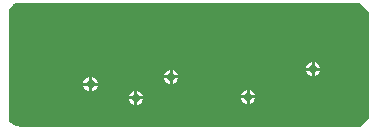
<source format=gbr>
%TF.GenerationSoftware,Altium Limited,Altium Designer,24.8.2 (39)*%
G04 Layer_Physical_Order=2*
G04 Layer_Color=16711680*
%FSLAX45Y45*%
%MOMM*%
%TF.SameCoordinates,91815F7F-820D-4149-A860-4F3A114B284D*%
%TF.FilePolarity,Positive*%
%TF.FileFunction,Copper,L2,Bot,Signal*%
%TF.Part,Single*%
G01*
G75*
%TA.AperFunction,ViaPad*%
%ADD16C,0.70000*%
G36*
X-50355Y1017855D02*
X-41949Y1009448D01*
X-28738Y989677D01*
X-19639Y967710D01*
X-15000Y944389D01*
Y932500D01*
Y82500D01*
X-72322Y25177D01*
X-76526Y20974D01*
X-86411Y14369D01*
X-97395Y9819D01*
X-109056Y7500D01*
X-2961103D01*
X-2994084Y14060D01*
X-3025151Y26929D01*
X-3046386Y41117D01*
X-3065000Y57500D01*
Y972145D01*
Y980551D01*
X-3061720Y997042D01*
X-3055286Y1012575D01*
X-3045945Y1026555D01*
X-3040000Y1032500D01*
Y1032500D01*
X-3032678Y1039822D01*
X-3028475Y1044025D01*
X-3018589Y1050631D01*
X-3007605Y1055180D01*
X-2995945Y1057500D01*
X-90000D01*
X-50355Y1017855D01*
D02*
G37*
%LPC*%
G36*
X-477300Y555116D02*
Y507700D01*
X-429884D01*
X-438795Y529214D01*
X-455786Y546205D01*
X-477300Y555116D01*
D02*
G37*
G36*
X-502700D02*
X-524214Y546205D01*
X-541205Y529214D01*
X-550116Y507700D01*
X-502700D01*
Y555116D01*
D02*
G37*
G36*
X-1679800Y492616D02*
Y445200D01*
X-1632384D01*
X-1641295Y466714D01*
X-1658286Y483705D01*
X-1679800Y492616D01*
D02*
G37*
G36*
X-1705200D02*
X-1726714Y483705D01*
X-1743705Y466714D01*
X-1752616Y445200D01*
X-1705200D01*
Y492616D01*
D02*
G37*
G36*
X-429884Y482300D02*
X-477300D01*
Y434884D01*
X-455786Y443795D01*
X-438795Y460786D01*
X-429884Y482300D01*
D02*
G37*
G36*
X-502700D02*
X-550116D01*
X-541205Y460786D01*
X-524214Y443795D01*
X-502700Y434884D01*
Y482300D01*
D02*
G37*
G36*
X-2362300Y430116D02*
Y382700D01*
X-2314884D01*
X-2323795Y404214D01*
X-2340786Y421205D01*
X-2362300Y430116D01*
D02*
G37*
G36*
X-2387700D02*
X-2409214Y421205D01*
X-2426205Y404214D01*
X-2435116Y382700D01*
X-2387700D01*
Y430116D01*
D02*
G37*
G36*
X-1632384Y419800D02*
X-1679800D01*
Y372384D01*
X-1658286Y381295D01*
X-1641295Y398286D01*
X-1632384Y419800D01*
D02*
G37*
G36*
X-1705200D02*
X-1752616D01*
X-1743705Y398286D01*
X-1726714Y381295D01*
X-1705200Y372384D01*
Y419800D01*
D02*
G37*
G36*
X-2314884Y357300D02*
X-2362300D01*
Y309884D01*
X-2340786Y318795D01*
X-2323795Y335786D01*
X-2314884Y357300D01*
D02*
G37*
G36*
X-2387700D02*
X-2435116D01*
X-2426205Y335786D01*
X-2409214Y318795D01*
X-2387700Y309884D01*
Y357300D01*
D02*
G37*
G36*
X-1027300Y322616D02*
Y275200D01*
X-979884D01*
X-988795Y296714D01*
X-1005786Y313704D01*
X-1027300Y322616D01*
D02*
G37*
G36*
X-1052700D02*
X-1074214Y313704D01*
X-1091205Y296714D01*
X-1100116Y275200D01*
X-1052700D01*
Y322616D01*
D02*
G37*
G36*
X-1977300Y315116D02*
Y267700D01*
X-1929884D01*
X-1938795Y289214D01*
X-1955786Y306205D01*
X-1977300Y315116D01*
D02*
G37*
G36*
X-2002700D02*
X-2024214Y306205D01*
X-2041205Y289214D01*
X-2050116Y267700D01*
X-2002700D01*
Y315116D01*
D02*
G37*
G36*
X-979884Y249800D02*
X-1027300D01*
Y202384D01*
X-1005786Y211295D01*
X-988795Y228286D01*
X-979884Y249800D01*
D02*
G37*
G36*
X-1052700D02*
X-1100116D01*
X-1091205Y228286D01*
X-1074214Y211295D01*
X-1052700Y202384D01*
Y249800D01*
D02*
G37*
G36*
X-1929884Y242300D02*
X-1977300D01*
Y194884D01*
X-1955786Y203795D01*
X-1938795Y220786D01*
X-1929884Y242300D01*
D02*
G37*
G36*
X-2002700D02*
X-2050116D01*
X-2041205Y220786D01*
X-2024214Y203795D01*
X-2002700Y194884D01*
Y242300D01*
D02*
G37*
%LPD*%
D16*
X-2375000Y370000D02*
D03*
X-1040000Y262500D02*
D03*
X-1692500Y432500D02*
D03*
X-1990000Y255000D02*
D03*
X-490000Y495000D02*
D03*
%TF.MD5,6c11603e14f590a6be7147c00f475027*%
M02*

</source>
